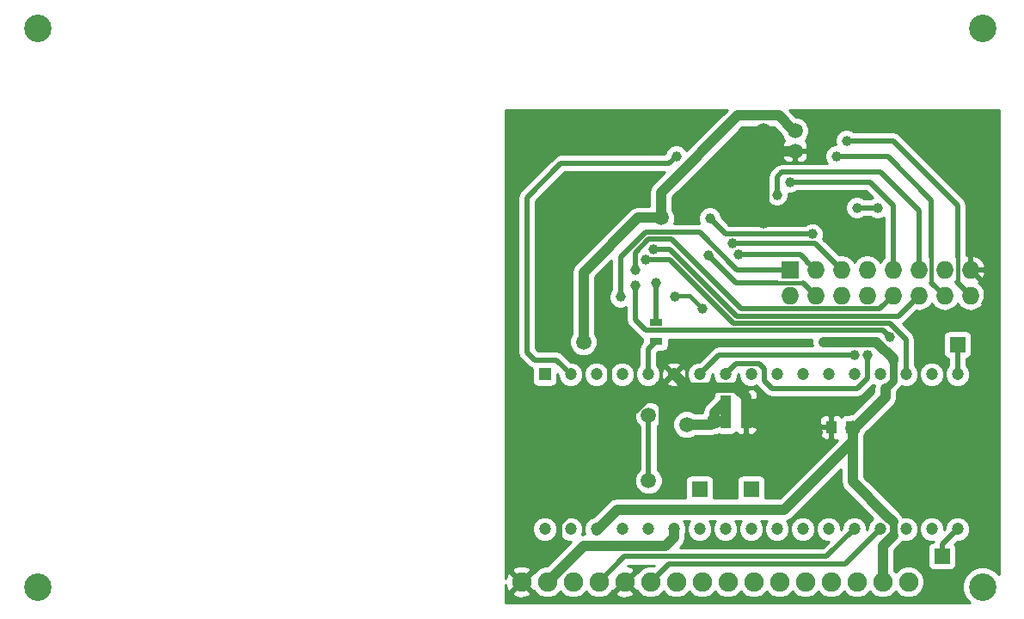
<source format=gbl>
G04 #@! TF.FileFunction,Copper,L2,Bot,Signal*
%FSLAX46Y46*%
G04 Gerber Fmt 4.6, Leading zero omitted, Abs format (unit mm)*
G04 Created by KiCad (PCBNEW 4.0.1-3.201512221402+6198~38~ubuntu14.04.1-stable) date Wed 06 Jan 2016 15:47:40 GMT*
%MOMM*%
G01*
G04 APERTURE LIST*
%ADD10C,0.100000*%
%ADD11C,1.200000*%
%ADD12R,1.200000X1.200000*%
%ADD13R,1.000000X1.250000*%
%ADD14R,1.524000X1.524000*%
%ADD15R,1.727200X1.727200*%
%ADD16O,1.727200X1.727200*%
%ADD17R,1.250000X1.000000*%
%ADD18R,1.300000X0.700000*%
%ADD19C,1.900000*%
%ADD20C,2.700000*%
%ADD21C,1.024000*%
%ADD22C,1.500000*%
%ADD23C,1.000000*%
%ADD24C,0.762000*%
%ADD25C,1.024000*%
%ADD26C,0.508000*%
%ADD27C,0.381000*%
%ADD28C,0.254000*%
G04 APERTURE END LIST*
D10*
D11*
X86868000Y-152274000D03*
X89408000Y-152274000D03*
X91948000Y-152274000D03*
X94488000Y-152274000D03*
X97028000Y-152274000D03*
X99568000Y-152274000D03*
X102108000Y-152274000D03*
X104648000Y-152274000D03*
X107188000Y-152274000D03*
X109728000Y-152274000D03*
X112268000Y-152274000D03*
X114808000Y-152274000D03*
X117348000Y-152274000D03*
X119888000Y-152274000D03*
X122428000Y-152274000D03*
X124968000Y-152274000D03*
X127508000Y-152274000D03*
D12*
X86868000Y-137034000D03*
D11*
X89408000Y-137034000D03*
X91948000Y-137034000D03*
X94488000Y-137034000D03*
X97028000Y-137034000D03*
X99568000Y-137034000D03*
X102108000Y-137034000D03*
X104648000Y-137034000D03*
X107188000Y-137034000D03*
X109728000Y-137034000D03*
X112268000Y-137034000D03*
X114808000Y-137034000D03*
X117348000Y-137034000D03*
X119888000Y-137034000D03*
X122428000Y-137034000D03*
X124968000Y-137034000D03*
X127508000Y-137034000D03*
D13*
X104680000Y-139700000D03*
X106680000Y-139700000D03*
X104680000Y-141732000D03*
X106680000Y-141732000D03*
X117078000Y-142240000D03*
X115078000Y-142240000D03*
D14*
X127508000Y-134112000D03*
X107188000Y-148336000D03*
X102108000Y-148336000D03*
X125984000Y-154940000D03*
D15*
X110998000Y-126746000D03*
D16*
X110998000Y-129286000D03*
X113538000Y-126746000D03*
X113538000Y-129286000D03*
X116078000Y-126746000D03*
X116078000Y-129286000D03*
X118618000Y-126746000D03*
X118618000Y-129286000D03*
X121158000Y-126746000D03*
X121158000Y-129286000D03*
X123698000Y-126746000D03*
X123698000Y-129286000D03*
X126238000Y-126746000D03*
X126238000Y-129286000D03*
X128778000Y-126746000D03*
X128778000Y-129286000D03*
D17*
X111506000Y-113046000D03*
X111506000Y-115046000D03*
D18*
X97790000Y-133792000D03*
X97790000Y-131892000D03*
D19*
X122682000Y-157480000D03*
X120142000Y-157480000D03*
X117602000Y-157480000D03*
X115062000Y-157480000D03*
X112522000Y-157480000D03*
X109982000Y-157480000D03*
X107442000Y-157480000D03*
X104902000Y-157480000D03*
X102362000Y-157480000D03*
X99822000Y-157480000D03*
X97282000Y-157480000D03*
X94742000Y-157480000D03*
X92202000Y-157480000D03*
X89662000Y-157480000D03*
X87122000Y-157480000D03*
X84582000Y-157480000D03*
D20*
X36982000Y-102980000D03*
X129982000Y-102980000D03*
X129982000Y-157980000D03*
X36982000Y-157980000D03*
D21*
X114300000Y-133858000D03*
D22*
X117178000Y-142306000D03*
D23*
X119634000Y-123952000D03*
X116586000Y-123952000D03*
X115824000Y-149606000D03*
D22*
X92554000Y-131953000D03*
X111506000Y-115046000D03*
X108392000Y-113030000D03*
X108392000Y-121920000D03*
D23*
X107950000Y-146050000D03*
X104648000Y-147320000D03*
X101600000Y-145542000D03*
X126238000Y-147066000D03*
X128016000Y-139954000D03*
X130302000Y-130048000D03*
D22*
X86614000Y-115062000D03*
X113506174Y-142755372D03*
X107744000Y-141655998D03*
X90678000Y-133858000D03*
X98298000Y-121633000D03*
X111506000Y-113046000D03*
X100838000Y-141986000D03*
X103570990Y-141655998D03*
D23*
X117348000Y-135128000D03*
X118618000Y-135128000D03*
D22*
X97093990Y-147508010D03*
X97093990Y-141084726D03*
D23*
X103013452Y-125365452D03*
X103124000Y-121666000D03*
X113228817Y-123221873D03*
X99822000Y-115570000D03*
X99728000Y-129413000D03*
X102362000Y-130556000D03*
X96774000Y-125730000D03*
X120864413Y-133389587D03*
X95758000Y-128270000D03*
X94328000Y-129413000D03*
X105918000Y-125222000D03*
X105330087Y-124175883D03*
X110998000Y-118110000D03*
X95758000Y-126746000D03*
X109728000Y-119380000D03*
X97536000Y-124714000D03*
X117602000Y-120650000D03*
X119634000Y-120650000D03*
X115570000Y-115570000D03*
X116586000Y-114046000D03*
X97790000Y-128016000D03*
D24*
X121158000Y-151602238D02*
X121158000Y-152908000D01*
D25*
X120142000Y-153924000D02*
X121158000Y-152908000D01*
X120142000Y-153961762D02*
X120142000Y-153924000D01*
X120142000Y-157480000D02*
X120142000Y-153961762D01*
X120517761Y-150961999D02*
X121158000Y-151602238D01*
X117178000Y-147622238D02*
X120517761Y-150961999D01*
X117178000Y-142306000D02*
X117178000Y-147622238D01*
X120396000Y-138430000D02*
X120396000Y-139293000D01*
X120396000Y-139293000D02*
X117383000Y-142306000D01*
X117383000Y-142306000D02*
X117178000Y-142306000D01*
D24*
X121158000Y-137668000D02*
X121158000Y-135636000D01*
X120396000Y-138430000D02*
X121158000Y-137668000D01*
D25*
X114300000Y-133858000D02*
X119539064Y-133858000D01*
X119539064Y-133858000D02*
X121158000Y-135476936D01*
X121158000Y-135476936D02*
X121158000Y-135636000D01*
X93980000Y-150368000D02*
X110465000Y-150368000D01*
X91948000Y-152400000D02*
X93980000Y-150368000D01*
X110465000Y-150368000D02*
X117178000Y-143655000D01*
X117178000Y-143655000D02*
X117178000Y-142306000D01*
D26*
X116586000Y-123952000D02*
X119634000Y-123952000D01*
X114808000Y-121920000D02*
X116586000Y-123698000D01*
X116586000Y-123698000D02*
X116586000Y-123952000D01*
X108392000Y-121920000D02*
X114808000Y-121920000D01*
X88353999Y-151768079D02*
X93310078Y-146812000D01*
X93218000Y-140716000D02*
X93218000Y-146719922D01*
X93218000Y-146719922D02*
X93310078Y-146812000D01*
X95760000Y-140716000D02*
X93218000Y-140716000D01*
X93218000Y-140716000D02*
X84836000Y-140716000D01*
X92554000Y-131953000D02*
X92554000Y-133013660D01*
X92554000Y-133013660D02*
X93218000Y-133677660D01*
X93218000Y-133677660D02*
X93218000Y-140716000D01*
X84582000Y-157480000D02*
X88353999Y-153708001D01*
X88353999Y-153708001D02*
X88353999Y-151768079D01*
D25*
X99568000Y-137034000D02*
X100880001Y-138346001D01*
X100880001Y-138346001D02*
X105732603Y-138346001D01*
X105732603Y-138346001D02*
X106680000Y-139293398D01*
X106680000Y-139293398D02*
X106680000Y-139700000D01*
X108458000Y-113647000D02*
X108458000Y-113096000D01*
X108458000Y-113096000D02*
X108392000Y-113030000D01*
X109857000Y-115046000D02*
X108458000Y-113647000D01*
X108458000Y-116445000D02*
X108458000Y-121854000D01*
X108458000Y-121854000D02*
X108392000Y-121920000D01*
X111506000Y-115046000D02*
X109857000Y-115046000D01*
X109857000Y-115046000D02*
X108458000Y-116445000D01*
D26*
X128778000Y-126746000D02*
X130302000Y-128270000D01*
X130302000Y-128270000D02*
X130302000Y-130048000D01*
X83566000Y-139446000D02*
X83566000Y-118110000D01*
X105918000Y-146050000D02*
X107950000Y-146050000D01*
X104648000Y-147320000D02*
X105918000Y-146050000D01*
X102870000Y-145542000D02*
X104648000Y-147320000D01*
X101600000Y-145542000D02*
X102870000Y-145542000D01*
X98298000Y-142494000D02*
X101346000Y-145542000D01*
X101346000Y-145542000D02*
X101600000Y-145542000D01*
X98298000Y-138178000D02*
X95760000Y-140716000D01*
X99568000Y-136908000D02*
X98298000Y-138178000D01*
X98298000Y-138178000D02*
X98298000Y-142494000D01*
X127516001Y-145787999D02*
X126238000Y-147066000D01*
X128016000Y-139954000D02*
X127516001Y-140453999D01*
X127516001Y-140453999D02*
X127516001Y-145787999D01*
X86614000Y-115062000D02*
X89916000Y-111760000D01*
X83566000Y-118110000D02*
X86614000Y-115062000D01*
X84836000Y-140716000D02*
X83566000Y-139446000D01*
D25*
X113506174Y-142755372D02*
X108843374Y-142755372D01*
X108843374Y-142755372D02*
X107744000Y-141655998D01*
D26*
X114070000Y-142240000D02*
X113506174Y-142755372D01*
X113562000Y-142748000D02*
X113513546Y-142748000D01*
X113513546Y-142748000D02*
X113506174Y-142755372D01*
X115078000Y-142240000D02*
X114070000Y-142240000D01*
D25*
X107744000Y-141655998D02*
X107744000Y-140764000D01*
X107744000Y-140764000D02*
X106680000Y-139700000D01*
X106680000Y-141732000D02*
X106680000Y-139700000D01*
X107744000Y-141655998D02*
X106756002Y-141655998D01*
X106756002Y-141655998D02*
X106680000Y-141732000D01*
X90678000Y-127000000D02*
X90678000Y-133858000D01*
X96045000Y-121633000D02*
X90678000Y-127000000D01*
X98298000Y-121633000D02*
X96045000Y-121633000D01*
X98298000Y-119126000D02*
X98298000Y-121461990D01*
X105856001Y-111567999D02*
X98298000Y-119126000D01*
X111506000Y-113046000D02*
X111381000Y-113046000D01*
X109902999Y-111567999D02*
X105856001Y-111567999D01*
X111381000Y-113046000D02*
X109902999Y-111567999D01*
X98766528Y-153924000D02*
X90678000Y-153924000D01*
X90678000Y-153924000D02*
X87122000Y-157480000D01*
X99568000Y-152274000D02*
X99568000Y-153122528D01*
X99568000Y-153122528D02*
X98766528Y-153924000D01*
X100838000Y-141986000D02*
X103240988Y-141986000D01*
X103240988Y-141986000D02*
X103570990Y-141655998D01*
X103570990Y-141655998D02*
X103570990Y-140809010D01*
X103570990Y-140809010D02*
X104680000Y-139700000D01*
X104680000Y-139700000D02*
X104680000Y-141732000D01*
X103570990Y-141655998D02*
X104603998Y-141655998D01*
X104603998Y-141655998D02*
X104680000Y-141732000D01*
D26*
X99060000Y-155702000D02*
X116460000Y-155702000D01*
X116460000Y-155702000D02*
X119888000Y-152274000D01*
X97282000Y-157480000D02*
X99060000Y-155702000D01*
X92202000Y-157480000D02*
X94688010Y-154993990D01*
X117348000Y-152274000D02*
X114628010Y-154993990D01*
X114628010Y-154993990D02*
X94688010Y-154993990D01*
X102108000Y-137034000D02*
X104014000Y-135128000D01*
X104014000Y-135128000D02*
X117348000Y-135128000D01*
X118618000Y-137414000D02*
X118618000Y-135530173D01*
X117602000Y-138430000D02*
X118618000Y-137414000D01*
X109220000Y-138430000D02*
X117602000Y-138430000D01*
X108458000Y-137668000D02*
X109220000Y-138430000D01*
X108458000Y-136487999D02*
X108458000Y-137668000D01*
X105702001Y-135979999D02*
X107950000Y-135979999D01*
X107950000Y-135979999D02*
X108458000Y-136487999D01*
X104648000Y-137034000D02*
X105702001Y-135979999D01*
X125984000Y-154940000D02*
X125984000Y-153798000D01*
X125984000Y-153798000D02*
X127508000Y-152274000D01*
X127508000Y-134112000D02*
X127508000Y-136908000D01*
X97028000Y-137034000D02*
X97028000Y-134554000D01*
X97028000Y-134554000D02*
X97790000Y-133792000D01*
X97093990Y-141084726D02*
X97093990Y-147508010D01*
X109728000Y-128016000D02*
X105664000Y-128016000D01*
X105664000Y-128016000D02*
X103013452Y-125365452D01*
D27*
X112268000Y-128016000D02*
X109728000Y-128016000D01*
D26*
X113538000Y-129286000D02*
X112268000Y-128016000D01*
X104679873Y-123221873D02*
X103124000Y-121666000D01*
X113228817Y-123221873D02*
X104679873Y-123221873D01*
X88457999Y-116266001D02*
X99125999Y-116266001D01*
X99125999Y-116266001D02*
X99822000Y-115570000D01*
X88457999Y-116266001D02*
X85090000Y-119634000D01*
X85090000Y-134874000D02*
X85090000Y-119634000D01*
X88010000Y-135636000D02*
X85852000Y-135636000D01*
X85852000Y-135636000D02*
X85090000Y-134874000D01*
X89408000Y-137034000D02*
X88010000Y-135636000D01*
D27*
X101092000Y-129286000D02*
X99855000Y-129286000D01*
X99855000Y-129286000D02*
X99728000Y-129413000D01*
X102362000Y-130556000D02*
X101092000Y-129286000D01*
D26*
X105482811Y-132026010D02*
X99186801Y-125730000D01*
X99186801Y-125730000D02*
X96774000Y-125730000D01*
X105482811Y-132026010D02*
X120850010Y-132026010D01*
X120850010Y-132026010D02*
X122428000Y-133604000D01*
X122428000Y-133604000D02*
X122428000Y-137034000D01*
X120208846Y-132734020D02*
X96814818Y-132734020D01*
X96814818Y-132734020D02*
X95758000Y-131677202D01*
X95758000Y-131677202D02*
X95758000Y-128977106D01*
X95758000Y-128977106D02*
X95758000Y-128270000D01*
X120208846Y-132734020D02*
X120864413Y-133389587D01*
X120904000Y-133350000D02*
X120864413Y-133389587D01*
X94328000Y-129413000D02*
X94328000Y-125508802D01*
X94328000Y-125508802D02*
X96784812Y-123051989D01*
X96784812Y-123051989D02*
X102111911Y-123051989D01*
X102111911Y-123051989D02*
X105805922Y-126746000D01*
X110998000Y-126746000D02*
X105805922Y-126746000D01*
X112674401Y-125877999D02*
X112018402Y-125222000D01*
X112018402Y-125222000D02*
X105918000Y-125222000D01*
X113538000Y-126746000D02*
X112674401Y-125882401D01*
X112674401Y-125882401D02*
X112674401Y-125877999D01*
X105330087Y-124175883D02*
X113507883Y-124175883D01*
X113507883Y-124175883D02*
X116078000Y-126746000D01*
X110998000Y-118110000D02*
X118872000Y-118110000D01*
X118872000Y-118110000D02*
X121158000Y-120396000D01*
X121158000Y-126746000D02*
X121158000Y-120396000D01*
X95758000Y-126746000D02*
X95758000Y-125080078D01*
X95758000Y-125080078D02*
X97078079Y-123759999D01*
X97078079Y-123759999D02*
X99375999Y-123759999D01*
X99375999Y-123759999D02*
X106219601Y-130603601D01*
X121158000Y-129286000D02*
X119840399Y-130603601D01*
X119840399Y-130603601D02*
X106219601Y-130603601D01*
X109728000Y-117602000D02*
X110174001Y-117155999D01*
X110174001Y-117155999D02*
X119949999Y-117155999D01*
X109728000Y-119380000D02*
X109728000Y-117602000D01*
X119949999Y-117155999D02*
X123698000Y-120904000D01*
X123698000Y-120904000D02*
X123698000Y-126746000D01*
X123698000Y-129286000D02*
X121666000Y-131318000D01*
X121666000Y-131318000D02*
X105776077Y-131318000D01*
X98243106Y-124714000D02*
X97536000Y-124714000D01*
X105776077Y-131318000D02*
X99172077Y-124714000D01*
X99172077Y-124714000D02*
X98243106Y-124714000D01*
X119634000Y-120650000D02*
X117602000Y-120650000D01*
X115570000Y-115570000D02*
X120650000Y-115570000D01*
D27*
X124952101Y-125460101D02*
X124952101Y-128000101D01*
D26*
X124952101Y-119872101D02*
X124952101Y-125460101D01*
X124952101Y-119872101D02*
X120650000Y-115570000D01*
X126238000Y-129286000D02*
X124952101Y-128000101D01*
X116586000Y-114046000D02*
X121158000Y-114046000D01*
X127508000Y-120396000D02*
X121158000Y-114046000D01*
X127508000Y-125476000D02*
X127508000Y-120396000D01*
D27*
X127508000Y-127934050D02*
X127508000Y-125476000D01*
X127467025Y-127975025D02*
X127508000Y-127934050D01*
D26*
X128778000Y-129286000D02*
X127467025Y-127975025D01*
X97790000Y-131892000D02*
X97790000Y-128016000D01*
D28*
G36*
X100810852Y-114991045D02*
X100784767Y-114927914D01*
X100465765Y-114608355D01*
X100048756Y-114435197D01*
X99597225Y-114434803D01*
X99179914Y-114607233D01*
X98860355Y-114926235D01*
X98687197Y-115343244D01*
X98687168Y-115377001D01*
X88457999Y-115377001D01*
X88117793Y-115444672D01*
X87930227Y-115570000D01*
X87829381Y-115637383D01*
X84461382Y-119005382D01*
X84268671Y-119293794D01*
X84201000Y-119634000D01*
X84201000Y-134874000D01*
X84268671Y-135214206D01*
X84438388Y-135468205D01*
X84461382Y-135502618D01*
X85223382Y-136264618D01*
X85511794Y-136457329D01*
X85620560Y-136478964D01*
X85620560Y-137634000D01*
X85664838Y-137869317D01*
X85803910Y-138085441D01*
X86016110Y-138230431D01*
X86268000Y-138281440D01*
X87468000Y-138281440D01*
X87703317Y-138237162D01*
X87919441Y-138098090D01*
X88064431Y-137885890D01*
X88115440Y-137634000D01*
X88115440Y-136998676D01*
X88172980Y-137056216D01*
X88172786Y-137278579D01*
X88360408Y-137732657D01*
X88707515Y-138080371D01*
X89161266Y-138268785D01*
X89652579Y-138269214D01*
X90106657Y-138081592D01*
X90454371Y-137734485D01*
X90642785Y-137280734D01*
X90642786Y-137278579D01*
X90712786Y-137278579D01*
X90900408Y-137732657D01*
X91247515Y-138080371D01*
X91701266Y-138268785D01*
X92192579Y-138269214D01*
X92646657Y-138081592D01*
X92994371Y-137734485D01*
X93182785Y-137280734D01*
X93182786Y-137278579D01*
X93252786Y-137278579D01*
X93440408Y-137732657D01*
X93787515Y-138080371D01*
X94241266Y-138268785D01*
X94732579Y-138269214D01*
X95186657Y-138081592D01*
X95534371Y-137734485D01*
X95722785Y-137280734D01*
X95723214Y-136789421D01*
X95535592Y-136335343D01*
X95188485Y-135987629D01*
X94734734Y-135799215D01*
X94243421Y-135798786D01*
X93789343Y-135986408D01*
X93441629Y-136333515D01*
X93253215Y-136787266D01*
X93252786Y-137278579D01*
X93182786Y-137278579D01*
X93183214Y-136789421D01*
X92995592Y-136335343D01*
X92648485Y-135987629D01*
X92194734Y-135799215D01*
X91703421Y-135798786D01*
X91249343Y-135986408D01*
X90901629Y-136333515D01*
X90713215Y-136787266D01*
X90712786Y-137278579D01*
X90642786Y-137278579D01*
X90643214Y-136789421D01*
X90455592Y-136335343D01*
X90108485Y-135987629D01*
X89654734Y-135799215D01*
X89430255Y-135799019D01*
X88638618Y-135007382D01*
X88634754Y-135004800D01*
X88350206Y-134814671D01*
X88010000Y-134747000D01*
X86220236Y-134747000D01*
X85979000Y-134505764D01*
X85979000Y-120002236D01*
X88826235Y-117155001D01*
X98646897Y-117155001D01*
X97486949Y-118314949D01*
X97238310Y-118687062D01*
X97151000Y-119126000D01*
X97151000Y-120486000D01*
X96045000Y-120486000D01*
X95606062Y-120573310D01*
X95233948Y-120821949D01*
X89866949Y-126188949D01*
X89618310Y-126561062D01*
X89531000Y-127000000D01*
X89531000Y-133046021D01*
X89504539Y-133072436D01*
X89293241Y-133581298D01*
X89292760Y-134132285D01*
X89503169Y-134641515D01*
X89892436Y-135031461D01*
X90401298Y-135242759D01*
X90952285Y-135243240D01*
X91461515Y-135032831D01*
X91851461Y-134643564D01*
X92062759Y-134134702D01*
X92063240Y-133583715D01*
X91852831Y-133074485D01*
X91825000Y-133046605D01*
X91825000Y-127475102D01*
X93439000Y-125861102D01*
X93439000Y-128696717D01*
X93366355Y-128769235D01*
X93193197Y-129186244D01*
X93192803Y-129637775D01*
X93365233Y-130055086D01*
X93684235Y-130374645D01*
X94101244Y-130547803D01*
X94552775Y-130548197D01*
X94869000Y-130417535D01*
X94869000Y-131677202D01*
X94936671Y-132017408D01*
X95080195Y-132232206D01*
X95129382Y-132305820D01*
X96186200Y-133362638D01*
X96474612Y-133555349D01*
X96492560Y-133558919D01*
X96492560Y-133832204D01*
X96399382Y-133925382D01*
X96206671Y-134213794D01*
X96139000Y-134554000D01*
X96139000Y-136176419D01*
X95981629Y-136333515D01*
X95793215Y-136787266D01*
X95792786Y-137278579D01*
X95980408Y-137732657D01*
X96327515Y-138080371D01*
X96781266Y-138268785D01*
X97272579Y-138269214D01*
X97726657Y-138081592D01*
X97911837Y-137896735D01*
X98884870Y-137896735D01*
X98934383Y-138122164D01*
X99399036Y-138281807D01*
X99889413Y-138251482D01*
X100201617Y-138122164D01*
X100251130Y-137896735D01*
X99568000Y-137213605D01*
X98884870Y-137896735D01*
X97911837Y-137896735D01*
X98074371Y-137734485D01*
X98262785Y-137280734D01*
X98263147Y-136865036D01*
X98320193Y-136865036D01*
X98350518Y-137355413D01*
X98479836Y-137667617D01*
X98705265Y-137717130D01*
X99388395Y-137034000D01*
X99747605Y-137034000D01*
X100430735Y-137717130D01*
X100656164Y-137667617D01*
X100815807Y-137202964D01*
X100785482Y-136712587D01*
X100656164Y-136400383D01*
X100430735Y-136350870D01*
X99747605Y-137034000D01*
X99388395Y-137034000D01*
X98705265Y-136350870D01*
X98479836Y-136400383D01*
X98320193Y-136865036D01*
X98263147Y-136865036D01*
X98263214Y-136789421D01*
X98075592Y-136335343D01*
X97917000Y-136176474D01*
X97917000Y-136171265D01*
X98884870Y-136171265D01*
X99568000Y-136854395D01*
X100251130Y-136171265D01*
X100201617Y-135945836D01*
X99736964Y-135786193D01*
X99246587Y-135816518D01*
X98934383Y-135945836D01*
X98884870Y-136171265D01*
X97917000Y-136171265D01*
X97917000Y-134922236D01*
X98049796Y-134789440D01*
X98440000Y-134789440D01*
X98675317Y-134745162D01*
X98891441Y-134606090D01*
X99036431Y-134393890D01*
X99087440Y-134142000D01*
X99087440Y-133623020D01*
X113155620Y-133623020D01*
X113153200Y-133628847D01*
X113152801Y-134085151D01*
X113216370Y-134239000D01*
X104014000Y-134239000D01*
X103673794Y-134306671D01*
X103496210Y-134425329D01*
X103385382Y-134499382D01*
X102085784Y-135798980D01*
X101863421Y-135798786D01*
X101409343Y-135986408D01*
X101061629Y-136333515D01*
X100873215Y-136787266D01*
X100872786Y-137278579D01*
X101060408Y-137732657D01*
X101407515Y-138080371D01*
X101861266Y-138268785D01*
X102352579Y-138269214D01*
X102806657Y-138081592D01*
X103154371Y-137734485D01*
X103342785Y-137280734D01*
X103342981Y-137056255D01*
X103413041Y-136986195D01*
X103412786Y-137278579D01*
X103600408Y-137732657D01*
X103947515Y-138080371D01*
X104401266Y-138268785D01*
X104892579Y-138269214D01*
X105346657Y-138081592D01*
X105694371Y-137734485D01*
X105882785Y-137280734D01*
X105882981Y-137056255D01*
X105953041Y-136986195D01*
X105952786Y-137278579D01*
X106140408Y-137732657D01*
X106487515Y-138080371D01*
X106941266Y-138268785D01*
X107432579Y-138269214D01*
X107729183Y-138146659D01*
X107829382Y-138296618D01*
X108591382Y-139058618D01*
X108879794Y-139251329D01*
X109220000Y-139319000D01*
X117602000Y-139319000D01*
X117942206Y-139251329D01*
X118230618Y-139058618D01*
X119202601Y-138086635D01*
X119308549Y-138130629D01*
X119249000Y-138430000D01*
X119249000Y-138817897D01*
X117145926Y-140920971D01*
X116903715Y-140920760D01*
X116790450Y-140967560D01*
X116578000Y-140967560D01*
X116342683Y-141011838D01*
X116126559Y-141150910D01*
X116080031Y-141219006D01*
X115937698Y-141076673D01*
X115704309Y-140980000D01*
X115363750Y-140980000D01*
X115205000Y-141138750D01*
X115205000Y-142113000D01*
X115225000Y-142113000D01*
X115225000Y-142367000D01*
X115205000Y-142367000D01*
X115205000Y-143341250D01*
X115363750Y-143500000D01*
X115704309Y-143500000D01*
X115715556Y-143495342D01*
X109989898Y-149221000D01*
X108572532Y-149221000D01*
X108597440Y-149098000D01*
X108597440Y-147574000D01*
X108553162Y-147338683D01*
X108414090Y-147122559D01*
X108201890Y-146977569D01*
X107950000Y-146926560D01*
X106426000Y-146926560D01*
X106190683Y-146970838D01*
X105974559Y-147109910D01*
X105829569Y-147322110D01*
X105778560Y-147574000D01*
X105778560Y-149098000D01*
X105801704Y-149221000D01*
X103492532Y-149221000D01*
X103517440Y-149098000D01*
X103517440Y-147574000D01*
X103473162Y-147338683D01*
X103334090Y-147122559D01*
X103121890Y-146977569D01*
X102870000Y-146926560D01*
X101346000Y-146926560D01*
X101110683Y-146970838D01*
X100894559Y-147109910D01*
X100749569Y-147322110D01*
X100698560Y-147574000D01*
X100698560Y-149098000D01*
X100721704Y-149221000D01*
X93980000Y-149221000D01*
X93541062Y-149308310D01*
X93168949Y-149556948D01*
X91675628Y-151050270D01*
X91249343Y-151226408D01*
X90901629Y-151573515D01*
X90713215Y-152027266D01*
X90712786Y-152518579D01*
X90819564Y-152777000D01*
X90678000Y-152777000D01*
X90523623Y-152807707D01*
X90642785Y-152520734D01*
X90643214Y-152029421D01*
X90455592Y-151575343D01*
X90108485Y-151227629D01*
X89654734Y-151039215D01*
X89163421Y-151038786D01*
X88709343Y-151226408D01*
X88361629Y-151573515D01*
X88173215Y-152027266D01*
X88172786Y-152518579D01*
X88360408Y-152972657D01*
X88707515Y-153320371D01*
X89161266Y-153508785D01*
X89470842Y-153509055D01*
X87084931Y-155894967D01*
X86808107Y-155894725D01*
X86225343Y-156135519D01*
X85785884Y-156574211D01*
X85698350Y-156543255D01*
X84761605Y-157480000D01*
X85698350Y-158416745D01*
X85786439Y-158385593D01*
X86222997Y-158822914D01*
X86805341Y-159064724D01*
X87435893Y-159065275D01*
X88018657Y-158824481D01*
X88392261Y-158451529D01*
X88762997Y-158822914D01*
X89345341Y-159064724D01*
X89975893Y-159065275D01*
X90558657Y-158824481D01*
X90932261Y-158451529D01*
X91302997Y-158822914D01*
X91885341Y-159064724D01*
X92515893Y-159065275D01*
X93098657Y-158824481D01*
X93327186Y-158596350D01*
X93805255Y-158596350D01*
X93897792Y-158858019D01*
X94489398Y-159076188D01*
X95119461Y-159051352D01*
X95586208Y-158858019D01*
X95678745Y-158596350D01*
X94742000Y-157659605D01*
X93805255Y-158596350D01*
X93327186Y-158596350D01*
X93538116Y-158385789D01*
X93625650Y-158416745D01*
X94562395Y-157480000D01*
X94548253Y-157465858D01*
X94727858Y-157286253D01*
X94742000Y-157300395D01*
X95678745Y-156363650D01*
X95586208Y-156101981D01*
X95039037Y-155900199D01*
X95056246Y-155882990D01*
X97621774Y-155882990D01*
X97606311Y-155898453D01*
X97598659Y-155895276D01*
X96968107Y-155894725D01*
X96385343Y-156135519D01*
X95945884Y-156574211D01*
X95858350Y-156543255D01*
X94921605Y-157480000D01*
X95858350Y-158416745D01*
X95946439Y-158385593D01*
X96382997Y-158822914D01*
X96965341Y-159064724D01*
X97595893Y-159065275D01*
X98178657Y-158824481D01*
X98552261Y-158451529D01*
X98922997Y-158822914D01*
X99505341Y-159064724D01*
X100135893Y-159065275D01*
X100718657Y-158824481D01*
X101092261Y-158451529D01*
X101462997Y-158822914D01*
X102045341Y-159064724D01*
X102675893Y-159065275D01*
X103258657Y-158824481D01*
X103632261Y-158451529D01*
X104002997Y-158822914D01*
X104585341Y-159064724D01*
X105215893Y-159065275D01*
X105798657Y-158824481D01*
X106172261Y-158451529D01*
X106542997Y-158822914D01*
X107125341Y-159064724D01*
X107755893Y-159065275D01*
X108338657Y-158824481D01*
X108712261Y-158451529D01*
X109082997Y-158822914D01*
X109665341Y-159064724D01*
X110295893Y-159065275D01*
X110878657Y-158824481D01*
X111252261Y-158451529D01*
X111622997Y-158822914D01*
X112205341Y-159064724D01*
X112835893Y-159065275D01*
X113418657Y-158824481D01*
X113792261Y-158451529D01*
X114162997Y-158822914D01*
X114745341Y-159064724D01*
X115375893Y-159065275D01*
X115958657Y-158824481D01*
X116332261Y-158451529D01*
X116702997Y-158822914D01*
X117285341Y-159064724D01*
X117915893Y-159065275D01*
X118498657Y-158824481D01*
X118872261Y-158451529D01*
X119242997Y-158822914D01*
X119825341Y-159064724D01*
X120455893Y-159065275D01*
X121038657Y-158824481D01*
X121412261Y-158451529D01*
X121782997Y-158822914D01*
X122365341Y-159064724D01*
X122995893Y-159065275D01*
X123578657Y-158824481D01*
X124024914Y-158379003D01*
X124266724Y-157796659D01*
X124267275Y-157166107D01*
X124026481Y-156583343D01*
X123581003Y-156137086D01*
X122998659Y-155895276D01*
X122368107Y-155894725D01*
X121785343Y-156135519D01*
X121411739Y-156508471D01*
X121289000Y-156385517D01*
X121289000Y-154399102D01*
X121969051Y-153719051D01*
X122125124Y-153485473D01*
X122181266Y-153508785D01*
X122672579Y-153509214D01*
X123126657Y-153321592D01*
X123474371Y-152974485D01*
X123662785Y-152520734D01*
X123662786Y-152518579D01*
X123732786Y-152518579D01*
X123920408Y-152972657D01*
X124267515Y-153320371D01*
X124721266Y-153508785D01*
X125152453Y-153509162D01*
X125145327Y-153544987D01*
X124986683Y-153574838D01*
X124770559Y-153713910D01*
X124625569Y-153926110D01*
X124574560Y-154178000D01*
X124574560Y-155702000D01*
X124618838Y-155937317D01*
X124757910Y-156153441D01*
X124970110Y-156298431D01*
X125222000Y-156349440D01*
X126746000Y-156349440D01*
X126981317Y-156305162D01*
X127197441Y-156166090D01*
X127342431Y-155953890D01*
X127393440Y-155702000D01*
X127393440Y-154178000D01*
X127349162Y-153942683D01*
X127250256Y-153788980D01*
X127530216Y-153509020D01*
X127752579Y-153509214D01*
X128206657Y-153321592D01*
X128554371Y-152974485D01*
X128742785Y-152520734D01*
X128743214Y-152029421D01*
X128555592Y-151575343D01*
X128208485Y-151227629D01*
X127754734Y-151039215D01*
X127263421Y-151038786D01*
X126809343Y-151226408D01*
X126461629Y-151573515D01*
X126273215Y-152027266D01*
X126273019Y-152251745D01*
X126202959Y-152321805D01*
X126203214Y-152029421D01*
X126015592Y-151575343D01*
X125668485Y-151227629D01*
X125214734Y-151039215D01*
X124723421Y-151038786D01*
X124269343Y-151226408D01*
X123921629Y-151573515D01*
X123733215Y-152027266D01*
X123732786Y-152518579D01*
X123662786Y-152518579D01*
X123663214Y-152029421D01*
X123475592Y-151575343D01*
X123128485Y-151227629D01*
X122674734Y-151039215D01*
X122183421Y-151038786D01*
X122145078Y-151054629D01*
X121969052Y-150791187D01*
X121328814Y-150150950D01*
X121328812Y-150150947D01*
X118325000Y-147147136D01*
X118325000Y-143117979D01*
X118351461Y-143091564D01*
X118445138Y-142865964D01*
X121207051Y-140104052D01*
X121455690Y-139731938D01*
X121462145Y-139699486D01*
X121543000Y-139293000D01*
X121543000Y-138719841D01*
X121876421Y-138386420D01*
X122004161Y-138195244D01*
X122181266Y-138268785D01*
X122672579Y-138269214D01*
X123126657Y-138081592D01*
X123474371Y-137734485D01*
X123662785Y-137280734D01*
X123662786Y-137278579D01*
X123732786Y-137278579D01*
X123920408Y-137732657D01*
X124267515Y-138080371D01*
X124721266Y-138268785D01*
X125212579Y-138269214D01*
X125666657Y-138081592D01*
X126014371Y-137734485D01*
X126202785Y-137280734D01*
X126203214Y-136789421D01*
X126015592Y-136335343D01*
X125668485Y-135987629D01*
X125214734Y-135799215D01*
X124723421Y-135798786D01*
X124269343Y-135986408D01*
X123921629Y-136333515D01*
X123733215Y-136787266D01*
X123732786Y-137278579D01*
X123662786Y-137278579D01*
X123663214Y-136789421D01*
X123475592Y-136335343D01*
X123317000Y-136176474D01*
X123317000Y-133604000D01*
X123266477Y-133350000D01*
X126098560Y-133350000D01*
X126098560Y-134874000D01*
X126142838Y-135109317D01*
X126281910Y-135325441D01*
X126494110Y-135470431D01*
X126619000Y-135495722D01*
X126619000Y-136176419D01*
X126461629Y-136333515D01*
X126273215Y-136787266D01*
X126272786Y-137278579D01*
X126460408Y-137732657D01*
X126807515Y-138080371D01*
X127261266Y-138268785D01*
X127752579Y-138269214D01*
X128206657Y-138081592D01*
X128554371Y-137734485D01*
X128742785Y-137280734D01*
X128743214Y-136789421D01*
X128555592Y-136335343D01*
X128397000Y-136176474D01*
X128397000Y-135497543D01*
X128505317Y-135477162D01*
X128721441Y-135338090D01*
X128866431Y-135125890D01*
X128917440Y-134874000D01*
X128917440Y-133350000D01*
X128873162Y-133114683D01*
X128734090Y-132898559D01*
X128521890Y-132753569D01*
X128270000Y-132702560D01*
X126746000Y-132702560D01*
X126510683Y-132746838D01*
X126294559Y-132885910D01*
X126149569Y-133098110D01*
X126098560Y-133350000D01*
X123266477Y-133350000D01*
X123249329Y-133263794D01*
X123056618Y-132975382D01*
X122134705Y-132053469D01*
X122294618Y-131946618D01*
X123472193Y-130769043D01*
X123698000Y-130813959D01*
X124271489Y-130699885D01*
X124757670Y-130375029D01*
X124968000Y-130060248D01*
X125178330Y-130375029D01*
X125664511Y-130699885D01*
X126238000Y-130813959D01*
X126811489Y-130699885D01*
X127297670Y-130375029D01*
X127508000Y-130060248D01*
X127718330Y-130375029D01*
X128204511Y-130699885D01*
X128778000Y-130813959D01*
X129351489Y-130699885D01*
X129837670Y-130375029D01*
X130162526Y-129888848D01*
X130276600Y-129315359D01*
X130276600Y-129256641D01*
X130162526Y-128683152D01*
X129837670Y-128196971D01*
X129566839Y-128016008D01*
X129984821Y-127634490D01*
X130232968Y-127105027D01*
X130112469Y-126873000D01*
X128905000Y-126873000D01*
X128905000Y-126893000D01*
X128651000Y-126893000D01*
X128651000Y-126873000D01*
X128631000Y-126873000D01*
X128631000Y-126619000D01*
X128651000Y-126619000D01*
X128651000Y-125412183D01*
X128905000Y-125412183D01*
X128905000Y-126619000D01*
X130112469Y-126619000D01*
X130232968Y-126386973D01*
X129984821Y-125857510D01*
X129552947Y-125463312D01*
X129137026Y-125291042D01*
X128905000Y-125412183D01*
X128651000Y-125412183D01*
X128418974Y-125291042D01*
X128397000Y-125300143D01*
X128397000Y-120396000D01*
X128329329Y-120055794D01*
X128136618Y-119767382D01*
X121786618Y-113417382D01*
X121763949Y-113402235D01*
X121498206Y-113224671D01*
X121158000Y-113157000D01*
X117302283Y-113157000D01*
X117229765Y-113084355D01*
X116812756Y-112911197D01*
X116361225Y-112910803D01*
X115943914Y-113083233D01*
X115624355Y-113402235D01*
X115451197Y-113819244D01*
X115450803Y-114270775D01*
X115518641Y-114434954D01*
X115345225Y-114434803D01*
X114927914Y-114607233D01*
X114608355Y-114926235D01*
X114435197Y-115343244D01*
X114434803Y-115794775D01*
X114607233Y-116212086D01*
X114662050Y-116266999D01*
X110174001Y-116266999D01*
X109833796Y-116334669D01*
X109545383Y-116527381D01*
X109099382Y-116973382D01*
X108906671Y-117261794D01*
X108839000Y-117602000D01*
X108839000Y-118663717D01*
X108766355Y-118736235D01*
X108593197Y-119153244D01*
X108592803Y-119604775D01*
X108765233Y-120022086D01*
X109084235Y-120341645D01*
X109501244Y-120514803D01*
X109952775Y-120515197D01*
X110370086Y-120342767D01*
X110689645Y-120023765D01*
X110862803Y-119606756D01*
X110863119Y-119244883D01*
X111222775Y-119245197D01*
X111640086Y-119072767D01*
X111713982Y-118999000D01*
X118503764Y-118999000D01*
X119133496Y-119628732D01*
X118991914Y-119687233D01*
X118918018Y-119761000D01*
X118318283Y-119761000D01*
X118245765Y-119688355D01*
X117828756Y-119515197D01*
X117377225Y-119514803D01*
X116959914Y-119687233D01*
X116640355Y-120006235D01*
X116467197Y-120423244D01*
X116466803Y-120874775D01*
X116639233Y-121292086D01*
X116958235Y-121611645D01*
X117375244Y-121784803D01*
X117826775Y-121785197D01*
X118244086Y-121612767D01*
X118317982Y-121539000D01*
X118917717Y-121539000D01*
X118990235Y-121611645D01*
X119407244Y-121784803D01*
X119858775Y-121785197D01*
X120269000Y-121615695D01*
X120269000Y-125542933D01*
X120098330Y-125656971D01*
X119888000Y-125971752D01*
X119677670Y-125656971D01*
X119191489Y-125332115D01*
X118618000Y-125218041D01*
X118044511Y-125332115D01*
X117558330Y-125656971D01*
X117348000Y-125971752D01*
X117137670Y-125656971D01*
X116651489Y-125332115D01*
X116078000Y-125218041D01*
X115852193Y-125262957D01*
X114268042Y-123678806D01*
X114363620Y-123448629D01*
X114364014Y-122997098D01*
X114191584Y-122579787D01*
X113872582Y-122260228D01*
X113455573Y-122087070D01*
X113004042Y-122086676D01*
X112586731Y-122259106D01*
X112512835Y-122332873D01*
X105048109Y-122332873D01*
X104259107Y-121543871D01*
X104259197Y-121441225D01*
X104086767Y-121023914D01*
X103767765Y-120704355D01*
X103350756Y-120531197D01*
X102899225Y-120530803D01*
X102481914Y-120703233D01*
X102162355Y-121022235D01*
X101989197Y-121439244D01*
X101988803Y-121890775D01*
X102101280Y-122162989D01*
X99577585Y-122162989D01*
X99682759Y-121909702D01*
X99683240Y-121358715D01*
X99472831Y-120849485D01*
X99445000Y-120821605D01*
X99445000Y-119601102D01*
X103714352Y-115331750D01*
X110246000Y-115331750D01*
X110246000Y-115672309D01*
X110342673Y-115905698D01*
X110521301Y-116084327D01*
X110754690Y-116181000D01*
X111220250Y-116181000D01*
X111379000Y-116022250D01*
X111379000Y-115173000D01*
X111633000Y-115173000D01*
X111633000Y-116022250D01*
X111791750Y-116181000D01*
X112257310Y-116181000D01*
X112490699Y-116084327D01*
X112669327Y-115905698D01*
X112766000Y-115672309D01*
X112766000Y-115331750D01*
X112607250Y-115173000D01*
X111633000Y-115173000D01*
X111379000Y-115173000D01*
X110404750Y-115173000D01*
X110246000Y-115331750D01*
X103714352Y-115331750D01*
X106331104Y-112714999D01*
X109427897Y-112714999D01*
X110182426Y-113469529D01*
X110249896Y-113632819D01*
X110277838Y-113781317D01*
X110416910Y-113997441D01*
X110485006Y-114043969D01*
X110342673Y-114186302D01*
X110246000Y-114419691D01*
X110246000Y-114760250D01*
X110404750Y-114919000D01*
X111379000Y-114919000D01*
X111379000Y-114899000D01*
X111633000Y-114899000D01*
X111633000Y-114919000D01*
X112607250Y-114919000D01*
X112766000Y-114760250D01*
X112766000Y-114419691D01*
X112669327Y-114186302D01*
X112528090Y-114045064D01*
X112582441Y-114010090D01*
X112727431Y-113797890D01*
X112759785Y-113638124D01*
X112890759Y-113322702D01*
X112891240Y-112771715D01*
X112762104Y-112459181D01*
X112734162Y-112310683D01*
X112595090Y-112094559D01*
X112382890Y-111949569D01*
X112364804Y-111945906D01*
X112291564Y-111872539D01*
X111782702Y-111661241D01*
X111618200Y-111661097D01*
X110941102Y-110984000D01*
X131586000Y-110984000D01*
X131586000Y-156777136D01*
X131107880Y-156298181D01*
X130378573Y-155995346D01*
X129588891Y-155994657D01*
X128859057Y-156296218D01*
X128300181Y-156854120D01*
X127997346Y-157583427D01*
X127996657Y-158373109D01*
X128298218Y-159102943D01*
X128758471Y-159564000D01*
X83006000Y-159564000D01*
X83006000Y-158596350D01*
X83645255Y-158596350D01*
X83737792Y-158858019D01*
X84329398Y-159076188D01*
X84959461Y-159051352D01*
X85426208Y-158858019D01*
X85518745Y-158596350D01*
X84582000Y-157659605D01*
X83645255Y-158596350D01*
X83006000Y-158596350D01*
X83006000Y-157739546D01*
X83010648Y-157857461D01*
X83203981Y-158324208D01*
X83465650Y-158416745D01*
X84402395Y-157480000D01*
X83465650Y-156543255D01*
X83203981Y-156635792D01*
X83006000Y-157172654D01*
X83006000Y-156363650D01*
X83645255Y-156363650D01*
X84582000Y-157300395D01*
X85518745Y-156363650D01*
X85426208Y-156101981D01*
X84834602Y-155883812D01*
X84204539Y-155908648D01*
X83737792Y-156101981D01*
X83645255Y-156363650D01*
X83006000Y-156363650D01*
X83006000Y-152518579D01*
X85632786Y-152518579D01*
X85820408Y-152972657D01*
X86167515Y-153320371D01*
X86621266Y-153508785D01*
X87112579Y-153509214D01*
X87566657Y-153321592D01*
X87914371Y-152974485D01*
X88102785Y-152520734D01*
X88103214Y-152029421D01*
X87915592Y-151575343D01*
X87568485Y-151227629D01*
X87114734Y-151039215D01*
X86623421Y-151038786D01*
X86169343Y-151226408D01*
X85821629Y-151573515D01*
X85633215Y-152027266D01*
X85632786Y-152518579D01*
X83006000Y-152518579D01*
X83006000Y-141359011D01*
X95708750Y-141359011D01*
X95919159Y-141868241D01*
X96204990Y-142154571D01*
X96204990Y-146438480D01*
X95920529Y-146722446D01*
X95709231Y-147231308D01*
X95708750Y-147782295D01*
X95919159Y-148291525D01*
X96308426Y-148681471D01*
X96817288Y-148892769D01*
X97368275Y-148893250D01*
X97877505Y-148682841D01*
X98267451Y-148293574D01*
X98478749Y-147784712D01*
X98479230Y-147233725D01*
X98268821Y-146724495D01*
X97982990Y-146438165D01*
X97982990Y-142260285D01*
X99452760Y-142260285D01*
X99663169Y-142769515D01*
X100052436Y-143159461D01*
X100561298Y-143370759D01*
X101112285Y-143371240D01*
X101621515Y-143160831D01*
X101649395Y-143133000D01*
X103240988Y-143133000D01*
X103679926Y-143045690D01*
X103686796Y-143041100D01*
X103845275Y-143041238D01*
X104015134Y-142971054D01*
X104180000Y-143004440D01*
X105180000Y-143004440D01*
X105415317Y-142960162D01*
X105631441Y-142821090D01*
X105677969Y-142752994D01*
X105820302Y-142895327D01*
X106053691Y-142992000D01*
X106394250Y-142992000D01*
X106553000Y-142833250D01*
X106553000Y-141859000D01*
X106807000Y-141859000D01*
X106807000Y-142833250D01*
X106965750Y-142992000D01*
X107306309Y-142992000D01*
X107539698Y-142895327D01*
X107718327Y-142716699D01*
X107797420Y-142525750D01*
X113943000Y-142525750D01*
X113943000Y-142991310D01*
X114039673Y-143224699D01*
X114218302Y-143403327D01*
X114451691Y-143500000D01*
X114792250Y-143500000D01*
X114951000Y-143341250D01*
X114951000Y-142367000D01*
X114101750Y-142367000D01*
X113943000Y-142525750D01*
X107797420Y-142525750D01*
X107815000Y-142483310D01*
X107815000Y-142017750D01*
X107656250Y-141859000D01*
X106807000Y-141859000D01*
X106553000Y-141859000D01*
X106533000Y-141859000D01*
X106533000Y-141605000D01*
X106553000Y-141605000D01*
X106553000Y-139827000D01*
X106807000Y-139827000D01*
X106807000Y-141605000D01*
X107656250Y-141605000D01*
X107772560Y-141488690D01*
X113943000Y-141488690D01*
X113943000Y-141954250D01*
X114101750Y-142113000D01*
X114951000Y-142113000D01*
X114951000Y-141138750D01*
X114792250Y-140980000D01*
X114451691Y-140980000D01*
X114218302Y-141076673D01*
X114039673Y-141255301D01*
X113943000Y-141488690D01*
X107772560Y-141488690D01*
X107815000Y-141446250D01*
X107815000Y-140980690D01*
X107718327Y-140747301D01*
X107687026Y-140716000D01*
X107718327Y-140684699D01*
X107815000Y-140451310D01*
X107815000Y-139985750D01*
X107656250Y-139827000D01*
X106807000Y-139827000D01*
X106553000Y-139827000D01*
X106533000Y-139827000D01*
X106533000Y-139573000D01*
X106553000Y-139573000D01*
X106553000Y-138598750D01*
X106807000Y-138598750D01*
X106807000Y-139573000D01*
X107656250Y-139573000D01*
X107815000Y-139414250D01*
X107815000Y-138948690D01*
X107718327Y-138715301D01*
X107539698Y-138536673D01*
X107306309Y-138440000D01*
X106965750Y-138440000D01*
X106807000Y-138598750D01*
X106553000Y-138598750D01*
X106394250Y-138440000D01*
X106053691Y-138440000D01*
X105820302Y-138536673D01*
X105679064Y-138677910D01*
X105644090Y-138623559D01*
X105431890Y-138478569D01*
X105180000Y-138427560D01*
X104180000Y-138427560D01*
X103944683Y-138471838D01*
X103728559Y-138610910D01*
X103583569Y-138823110D01*
X103532560Y-139075000D01*
X103532560Y-139225338D01*
X102759939Y-139997959D01*
X102511300Y-140370072D01*
X102423990Y-140809010D01*
X102423990Y-140839000D01*
X101649979Y-140839000D01*
X101623564Y-140812539D01*
X101114702Y-140601241D01*
X100563715Y-140600760D01*
X100054485Y-140811169D01*
X99664539Y-141200436D01*
X99453241Y-141709298D01*
X99452760Y-142260285D01*
X97982990Y-142260285D01*
X97982990Y-142154256D01*
X98267451Y-141870290D01*
X98478749Y-141361428D01*
X98479230Y-140810441D01*
X98268821Y-140301211D01*
X97879554Y-139911265D01*
X97370692Y-139699967D01*
X96819705Y-139699486D01*
X96310475Y-139909895D01*
X95920529Y-140299162D01*
X95709231Y-140808024D01*
X95708750Y-141359011D01*
X83006000Y-141359011D01*
X83006000Y-110984000D01*
X104817897Y-110984000D01*
X100810852Y-114991045D01*
X100810852Y-114991045D01*
G37*
X100810852Y-114991045D02*
X100784767Y-114927914D01*
X100465765Y-114608355D01*
X100048756Y-114435197D01*
X99597225Y-114434803D01*
X99179914Y-114607233D01*
X98860355Y-114926235D01*
X98687197Y-115343244D01*
X98687168Y-115377001D01*
X88457999Y-115377001D01*
X88117793Y-115444672D01*
X87930227Y-115570000D01*
X87829381Y-115637383D01*
X84461382Y-119005382D01*
X84268671Y-119293794D01*
X84201000Y-119634000D01*
X84201000Y-134874000D01*
X84268671Y-135214206D01*
X84438388Y-135468205D01*
X84461382Y-135502618D01*
X85223382Y-136264618D01*
X85511794Y-136457329D01*
X85620560Y-136478964D01*
X85620560Y-137634000D01*
X85664838Y-137869317D01*
X85803910Y-138085441D01*
X86016110Y-138230431D01*
X86268000Y-138281440D01*
X87468000Y-138281440D01*
X87703317Y-138237162D01*
X87919441Y-138098090D01*
X88064431Y-137885890D01*
X88115440Y-137634000D01*
X88115440Y-136998676D01*
X88172980Y-137056216D01*
X88172786Y-137278579D01*
X88360408Y-137732657D01*
X88707515Y-138080371D01*
X89161266Y-138268785D01*
X89652579Y-138269214D01*
X90106657Y-138081592D01*
X90454371Y-137734485D01*
X90642785Y-137280734D01*
X90642786Y-137278579D01*
X90712786Y-137278579D01*
X90900408Y-137732657D01*
X91247515Y-138080371D01*
X91701266Y-138268785D01*
X92192579Y-138269214D01*
X92646657Y-138081592D01*
X92994371Y-137734485D01*
X93182785Y-137280734D01*
X93182786Y-137278579D01*
X93252786Y-137278579D01*
X93440408Y-137732657D01*
X93787515Y-138080371D01*
X94241266Y-138268785D01*
X94732579Y-138269214D01*
X95186657Y-138081592D01*
X95534371Y-137734485D01*
X95722785Y-137280734D01*
X95723214Y-136789421D01*
X95535592Y-136335343D01*
X95188485Y-135987629D01*
X94734734Y-135799215D01*
X94243421Y-135798786D01*
X93789343Y-135986408D01*
X93441629Y-136333515D01*
X93253215Y-136787266D01*
X93252786Y-137278579D01*
X93182786Y-137278579D01*
X93183214Y-136789421D01*
X92995592Y-136335343D01*
X92648485Y-135987629D01*
X92194734Y-135799215D01*
X91703421Y-135798786D01*
X91249343Y-135986408D01*
X90901629Y-136333515D01*
X90713215Y-136787266D01*
X90712786Y-137278579D01*
X90642786Y-137278579D01*
X90643214Y-136789421D01*
X90455592Y-136335343D01*
X90108485Y-135987629D01*
X89654734Y-135799215D01*
X89430255Y-135799019D01*
X88638618Y-135007382D01*
X88634754Y-135004800D01*
X88350206Y-134814671D01*
X88010000Y-134747000D01*
X86220236Y-134747000D01*
X85979000Y-134505764D01*
X85979000Y-120002236D01*
X88826235Y-117155001D01*
X98646897Y-117155001D01*
X97486949Y-118314949D01*
X97238310Y-118687062D01*
X97151000Y-119126000D01*
X97151000Y-120486000D01*
X96045000Y-120486000D01*
X95606062Y-120573310D01*
X95233948Y-120821949D01*
X89866949Y-126188949D01*
X89618310Y-126561062D01*
X89531000Y-127000000D01*
X89531000Y-133046021D01*
X89504539Y-133072436D01*
X89293241Y-133581298D01*
X89292760Y-134132285D01*
X89503169Y-134641515D01*
X89892436Y-135031461D01*
X90401298Y-135242759D01*
X90952285Y-135243240D01*
X91461515Y-135032831D01*
X91851461Y-134643564D01*
X92062759Y-134134702D01*
X92063240Y-133583715D01*
X91852831Y-133074485D01*
X91825000Y-133046605D01*
X91825000Y-127475102D01*
X93439000Y-125861102D01*
X93439000Y-128696717D01*
X93366355Y-128769235D01*
X93193197Y-129186244D01*
X93192803Y-129637775D01*
X93365233Y-130055086D01*
X93684235Y-130374645D01*
X94101244Y-130547803D01*
X94552775Y-130548197D01*
X94869000Y-130417535D01*
X94869000Y-131677202D01*
X94936671Y-132017408D01*
X95080195Y-132232206D01*
X95129382Y-132305820D01*
X96186200Y-133362638D01*
X96474612Y-133555349D01*
X96492560Y-133558919D01*
X96492560Y-133832204D01*
X96399382Y-133925382D01*
X96206671Y-134213794D01*
X96139000Y-134554000D01*
X96139000Y-136176419D01*
X95981629Y-136333515D01*
X95793215Y-136787266D01*
X95792786Y-137278579D01*
X95980408Y-137732657D01*
X96327515Y-138080371D01*
X96781266Y-138268785D01*
X97272579Y-138269214D01*
X97726657Y-138081592D01*
X97911837Y-137896735D01*
X98884870Y-137896735D01*
X98934383Y-138122164D01*
X99399036Y-138281807D01*
X99889413Y-138251482D01*
X100201617Y-138122164D01*
X100251130Y-137896735D01*
X99568000Y-137213605D01*
X98884870Y-137896735D01*
X97911837Y-137896735D01*
X98074371Y-137734485D01*
X98262785Y-137280734D01*
X98263147Y-136865036D01*
X98320193Y-136865036D01*
X98350518Y-137355413D01*
X98479836Y-137667617D01*
X98705265Y-137717130D01*
X99388395Y-137034000D01*
X99747605Y-137034000D01*
X100430735Y-137717130D01*
X100656164Y-137667617D01*
X100815807Y-137202964D01*
X100785482Y-136712587D01*
X100656164Y-136400383D01*
X100430735Y-136350870D01*
X99747605Y-137034000D01*
X99388395Y-137034000D01*
X98705265Y-136350870D01*
X98479836Y-136400383D01*
X98320193Y-136865036D01*
X98263147Y-136865036D01*
X98263214Y-136789421D01*
X98075592Y-136335343D01*
X97917000Y-136176474D01*
X97917000Y-136171265D01*
X98884870Y-136171265D01*
X99568000Y-136854395D01*
X100251130Y-136171265D01*
X100201617Y-135945836D01*
X99736964Y-135786193D01*
X99246587Y-135816518D01*
X98934383Y-135945836D01*
X98884870Y-136171265D01*
X97917000Y-136171265D01*
X97917000Y-134922236D01*
X98049796Y-134789440D01*
X98440000Y-134789440D01*
X98675317Y-134745162D01*
X98891441Y-134606090D01*
X99036431Y-134393890D01*
X99087440Y-134142000D01*
X99087440Y-133623020D01*
X113155620Y-133623020D01*
X113153200Y-133628847D01*
X113152801Y-134085151D01*
X113216370Y-134239000D01*
X104014000Y-134239000D01*
X103673794Y-134306671D01*
X103496210Y-134425329D01*
X103385382Y-134499382D01*
X102085784Y-135798980D01*
X101863421Y-135798786D01*
X101409343Y-135986408D01*
X101061629Y-136333515D01*
X100873215Y-136787266D01*
X100872786Y-137278579D01*
X101060408Y-137732657D01*
X101407515Y-138080371D01*
X101861266Y-138268785D01*
X102352579Y-138269214D01*
X102806657Y-138081592D01*
X103154371Y-137734485D01*
X103342785Y-137280734D01*
X103342981Y-137056255D01*
X103413041Y-136986195D01*
X103412786Y-137278579D01*
X103600408Y-137732657D01*
X103947515Y-138080371D01*
X104401266Y-138268785D01*
X104892579Y-138269214D01*
X105346657Y-138081592D01*
X105694371Y-137734485D01*
X105882785Y-137280734D01*
X105882981Y-137056255D01*
X105953041Y-136986195D01*
X105952786Y-137278579D01*
X106140408Y-137732657D01*
X106487515Y-138080371D01*
X106941266Y-138268785D01*
X107432579Y-138269214D01*
X107729183Y-138146659D01*
X107829382Y-138296618D01*
X108591382Y-139058618D01*
X108879794Y-139251329D01*
X109220000Y-139319000D01*
X117602000Y-139319000D01*
X117942206Y-139251329D01*
X118230618Y-139058618D01*
X119202601Y-138086635D01*
X119308549Y-138130629D01*
X119249000Y-138430000D01*
X119249000Y-138817897D01*
X117145926Y-140920971D01*
X116903715Y-140920760D01*
X116790450Y-140967560D01*
X116578000Y-140967560D01*
X116342683Y-141011838D01*
X116126559Y-141150910D01*
X116080031Y-141219006D01*
X115937698Y-141076673D01*
X115704309Y-140980000D01*
X115363750Y-140980000D01*
X115205000Y-141138750D01*
X115205000Y-142113000D01*
X115225000Y-142113000D01*
X115225000Y-142367000D01*
X115205000Y-142367000D01*
X115205000Y-143341250D01*
X115363750Y-143500000D01*
X115704309Y-143500000D01*
X115715556Y-143495342D01*
X109989898Y-149221000D01*
X108572532Y-149221000D01*
X108597440Y-149098000D01*
X108597440Y-147574000D01*
X108553162Y-147338683D01*
X108414090Y-147122559D01*
X108201890Y-146977569D01*
X107950000Y-146926560D01*
X106426000Y-146926560D01*
X106190683Y-146970838D01*
X105974559Y-147109910D01*
X105829569Y-147322110D01*
X105778560Y-147574000D01*
X105778560Y-149098000D01*
X105801704Y-149221000D01*
X103492532Y-149221000D01*
X103517440Y-149098000D01*
X103517440Y-147574000D01*
X103473162Y-147338683D01*
X103334090Y-147122559D01*
X103121890Y-146977569D01*
X102870000Y-146926560D01*
X101346000Y-146926560D01*
X101110683Y-146970838D01*
X100894559Y-147109910D01*
X100749569Y-147322110D01*
X100698560Y-147574000D01*
X100698560Y-149098000D01*
X100721704Y-149221000D01*
X93980000Y-149221000D01*
X93541062Y-149308310D01*
X93168949Y-149556948D01*
X91675628Y-151050270D01*
X91249343Y-151226408D01*
X90901629Y-151573515D01*
X90713215Y-152027266D01*
X90712786Y-152518579D01*
X90819564Y-152777000D01*
X90678000Y-152777000D01*
X90523623Y-152807707D01*
X90642785Y-152520734D01*
X90643214Y-152029421D01*
X90455592Y-151575343D01*
X90108485Y-151227629D01*
X89654734Y-151039215D01*
X89163421Y-151038786D01*
X88709343Y-151226408D01*
X88361629Y-151573515D01*
X88173215Y-152027266D01*
X88172786Y-152518579D01*
X88360408Y-152972657D01*
X88707515Y-153320371D01*
X89161266Y-153508785D01*
X89470842Y-153509055D01*
X87084931Y-155894967D01*
X86808107Y-155894725D01*
X86225343Y-156135519D01*
X85785884Y-156574211D01*
X85698350Y-156543255D01*
X84761605Y-157480000D01*
X85698350Y-158416745D01*
X85786439Y-158385593D01*
X86222997Y-158822914D01*
X86805341Y-159064724D01*
X87435893Y-159065275D01*
X88018657Y-158824481D01*
X88392261Y-158451529D01*
X88762997Y-158822914D01*
X89345341Y-159064724D01*
X89975893Y-159065275D01*
X90558657Y-158824481D01*
X90932261Y-158451529D01*
X91302997Y-158822914D01*
X91885341Y-159064724D01*
X92515893Y-159065275D01*
X93098657Y-158824481D01*
X93327186Y-158596350D01*
X93805255Y-158596350D01*
X93897792Y-158858019D01*
X94489398Y-159076188D01*
X95119461Y-159051352D01*
X95586208Y-158858019D01*
X95678745Y-158596350D01*
X94742000Y-157659605D01*
X93805255Y-158596350D01*
X93327186Y-158596350D01*
X93538116Y-158385789D01*
X93625650Y-158416745D01*
X94562395Y-157480000D01*
X94548253Y-157465858D01*
X94727858Y-157286253D01*
X94742000Y-157300395D01*
X95678745Y-156363650D01*
X95586208Y-156101981D01*
X95039037Y-155900199D01*
X95056246Y-155882990D01*
X97621774Y-155882990D01*
X97606311Y-155898453D01*
X97598659Y-155895276D01*
X96968107Y-155894725D01*
X96385343Y-156135519D01*
X95945884Y-156574211D01*
X95858350Y-156543255D01*
X94921605Y-157480000D01*
X95858350Y-158416745D01*
X95946439Y-158385593D01*
X96382997Y-158822914D01*
X96965341Y-159064724D01*
X97595893Y-159065275D01*
X98178657Y-158824481D01*
X98552261Y-158451529D01*
X98922997Y-158822914D01*
X99505341Y-159064724D01*
X100135893Y-159065275D01*
X100718657Y-158824481D01*
X101092261Y-158451529D01*
X101462997Y-158822914D01*
X102045341Y-159064724D01*
X102675893Y-159065275D01*
X103258657Y-158824481D01*
X103632261Y-158451529D01*
X104002997Y-158822914D01*
X104585341Y-159064724D01*
X105215893Y-159065275D01*
X105798657Y-158824481D01*
X106172261Y-158451529D01*
X106542997Y-158822914D01*
X107125341Y-159064724D01*
X107755893Y-159065275D01*
X108338657Y-158824481D01*
X108712261Y-158451529D01*
X109082997Y-158822914D01*
X109665341Y-159064724D01*
X110295893Y-159065275D01*
X110878657Y-158824481D01*
X111252261Y-158451529D01*
X111622997Y-158822914D01*
X112205341Y-159064724D01*
X112835893Y-159065275D01*
X113418657Y-158824481D01*
X113792261Y-158451529D01*
X114162997Y-158822914D01*
X114745341Y-159064724D01*
X115375893Y-159065275D01*
X115958657Y-158824481D01*
X116332261Y-158451529D01*
X116702997Y-158822914D01*
X117285341Y-159064724D01*
X117915893Y-159065275D01*
X118498657Y-158824481D01*
X118872261Y-158451529D01*
X119242997Y-158822914D01*
X119825341Y-159064724D01*
X120455893Y-159065275D01*
X121038657Y-158824481D01*
X121412261Y-158451529D01*
X121782997Y-158822914D01*
X122365341Y-159064724D01*
X122995893Y-159065275D01*
X123578657Y-158824481D01*
X124024914Y-158379003D01*
X124266724Y-157796659D01*
X124267275Y-157166107D01*
X124026481Y-156583343D01*
X123581003Y-156137086D01*
X122998659Y-155895276D01*
X122368107Y-155894725D01*
X121785343Y-156135519D01*
X121411739Y-156508471D01*
X121289000Y-156385517D01*
X121289000Y-154399102D01*
X121969051Y-153719051D01*
X122125124Y-153485473D01*
X122181266Y-153508785D01*
X122672579Y-153509214D01*
X123126657Y-153321592D01*
X123474371Y-152974485D01*
X123662785Y-152520734D01*
X123662786Y-152518579D01*
X123732786Y-152518579D01*
X123920408Y-152972657D01*
X124267515Y-153320371D01*
X124721266Y-153508785D01*
X125152453Y-153509162D01*
X125145327Y-153544987D01*
X124986683Y-153574838D01*
X124770559Y-153713910D01*
X124625569Y-153926110D01*
X124574560Y-154178000D01*
X124574560Y-155702000D01*
X124618838Y-155937317D01*
X124757910Y-156153441D01*
X124970110Y-156298431D01*
X125222000Y-156349440D01*
X126746000Y-156349440D01*
X126981317Y-156305162D01*
X127197441Y-156166090D01*
X127342431Y-155953890D01*
X127393440Y-155702000D01*
X127393440Y-154178000D01*
X127349162Y-153942683D01*
X127250256Y-153788980D01*
X127530216Y-153509020D01*
X127752579Y-153509214D01*
X128206657Y-153321592D01*
X128554371Y-152974485D01*
X128742785Y-152520734D01*
X128743214Y-152029421D01*
X128555592Y-151575343D01*
X128208485Y-151227629D01*
X127754734Y-151039215D01*
X127263421Y-151038786D01*
X126809343Y-151226408D01*
X126461629Y-151573515D01*
X126273215Y-152027266D01*
X126273019Y-152251745D01*
X126202959Y-152321805D01*
X126203214Y-152029421D01*
X126015592Y-151575343D01*
X125668485Y-151227629D01*
X125214734Y-151039215D01*
X124723421Y-151038786D01*
X124269343Y-151226408D01*
X123921629Y-151573515D01*
X123733215Y-152027266D01*
X123732786Y-152518579D01*
X123662786Y-152518579D01*
X123663214Y-152029421D01*
X123475592Y-151575343D01*
X123128485Y-151227629D01*
X122674734Y-151039215D01*
X122183421Y-151038786D01*
X122145078Y-151054629D01*
X121969052Y-150791187D01*
X121328814Y-150150950D01*
X121328812Y-150150947D01*
X118325000Y-147147136D01*
X118325000Y-143117979D01*
X118351461Y-143091564D01*
X118445138Y-142865964D01*
X121207051Y-140104052D01*
X121455690Y-139731938D01*
X121462145Y-139699486D01*
X121543000Y-139293000D01*
X121543000Y-138719841D01*
X121876421Y-138386420D01*
X122004161Y-138195244D01*
X122181266Y-138268785D01*
X122672579Y-138269214D01*
X123126657Y-138081592D01*
X123474371Y-137734485D01*
X123662785Y-137280734D01*
X123662786Y-137278579D01*
X123732786Y-137278579D01*
X123920408Y-137732657D01*
X124267515Y-138080371D01*
X124721266Y-138268785D01*
X125212579Y-138269214D01*
X125666657Y-138081592D01*
X126014371Y-137734485D01*
X126202785Y-137280734D01*
X126203214Y-136789421D01*
X126015592Y-136335343D01*
X125668485Y-135987629D01*
X125214734Y-135799215D01*
X124723421Y-135798786D01*
X124269343Y-135986408D01*
X123921629Y-136333515D01*
X123733215Y-136787266D01*
X123732786Y-137278579D01*
X123662786Y-137278579D01*
X123663214Y-136789421D01*
X123475592Y-136335343D01*
X123317000Y-136176474D01*
X123317000Y-133604000D01*
X123266477Y-133350000D01*
X126098560Y-133350000D01*
X126098560Y-134874000D01*
X126142838Y-135109317D01*
X126281910Y-135325441D01*
X126494110Y-135470431D01*
X126619000Y-135495722D01*
X126619000Y-136176419D01*
X126461629Y-136333515D01*
X126273215Y-136787266D01*
X126272786Y-137278579D01*
X126460408Y-137732657D01*
X126807515Y-138080371D01*
X127261266Y-138268785D01*
X127752579Y-138269214D01*
X128206657Y-138081592D01*
X128554371Y-137734485D01*
X128742785Y-137280734D01*
X128743214Y-136789421D01*
X128555592Y-136335343D01*
X128397000Y-136176474D01*
X128397000Y-135497543D01*
X128505317Y-135477162D01*
X128721441Y-135338090D01*
X128866431Y-135125890D01*
X128917440Y-134874000D01*
X128917440Y-133350000D01*
X128873162Y-133114683D01*
X128734090Y-132898559D01*
X128521890Y-132753569D01*
X128270000Y-132702560D01*
X126746000Y-132702560D01*
X126510683Y-132746838D01*
X126294559Y-132885910D01*
X126149569Y-133098110D01*
X126098560Y-133350000D01*
X123266477Y-133350000D01*
X123249329Y-133263794D01*
X123056618Y-132975382D01*
X122134705Y-132053469D01*
X122294618Y-131946618D01*
X123472193Y-130769043D01*
X123698000Y-130813959D01*
X124271489Y-130699885D01*
X124757670Y-130375029D01*
X124968000Y-130060248D01*
X125178330Y-130375029D01*
X125664511Y-130699885D01*
X126238000Y-130813959D01*
X126811489Y-130699885D01*
X127297670Y-130375029D01*
X127508000Y-130060248D01*
X127718330Y-130375029D01*
X128204511Y-130699885D01*
X128778000Y-130813959D01*
X129351489Y-130699885D01*
X129837670Y-130375029D01*
X130162526Y-129888848D01*
X130276600Y-129315359D01*
X130276600Y-129256641D01*
X130162526Y-128683152D01*
X129837670Y-128196971D01*
X129566839Y-128016008D01*
X129984821Y-127634490D01*
X130232968Y-127105027D01*
X130112469Y-126873000D01*
X128905000Y-126873000D01*
X128905000Y-126893000D01*
X128651000Y-126893000D01*
X128651000Y-126873000D01*
X128631000Y-126873000D01*
X128631000Y-126619000D01*
X128651000Y-126619000D01*
X128651000Y-125412183D01*
X128905000Y-125412183D01*
X128905000Y-126619000D01*
X130112469Y-126619000D01*
X130232968Y-126386973D01*
X129984821Y-125857510D01*
X129552947Y-125463312D01*
X129137026Y-125291042D01*
X128905000Y-125412183D01*
X128651000Y-125412183D01*
X128418974Y-125291042D01*
X128397000Y-125300143D01*
X128397000Y-120396000D01*
X128329329Y-120055794D01*
X128136618Y-119767382D01*
X121786618Y-113417382D01*
X121763949Y-113402235D01*
X121498206Y-113224671D01*
X121158000Y-113157000D01*
X117302283Y-113157000D01*
X117229765Y-113084355D01*
X116812756Y-112911197D01*
X116361225Y-112910803D01*
X115943914Y-113083233D01*
X115624355Y-113402235D01*
X115451197Y-113819244D01*
X115450803Y-114270775D01*
X115518641Y-114434954D01*
X115345225Y-114434803D01*
X114927914Y-114607233D01*
X114608355Y-114926235D01*
X114435197Y-115343244D01*
X114434803Y-115794775D01*
X114607233Y-116212086D01*
X114662050Y-116266999D01*
X110174001Y-116266999D01*
X109833796Y-116334669D01*
X109545383Y-116527381D01*
X109099382Y-116973382D01*
X108906671Y-117261794D01*
X108839000Y-117602000D01*
X108839000Y-118663717D01*
X108766355Y-118736235D01*
X108593197Y-119153244D01*
X108592803Y-119604775D01*
X108765233Y-120022086D01*
X109084235Y-120341645D01*
X109501244Y-120514803D01*
X109952775Y-120515197D01*
X110370086Y-120342767D01*
X110689645Y-120023765D01*
X110862803Y-119606756D01*
X110863119Y-119244883D01*
X111222775Y-119245197D01*
X111640086Y-119072767D01*
X111713982Y-118999000D01*
X118503764Y-118999000D01*
X119133496Y-119628732D01*
X118991914Y-119687233D01*
X118918018Y-119761000D01*
X118318283Y-119761000D01*
X118245765Y-119688355D01*
X117828756Y-119515197D01*
X117377225Y-119514803D01*
X116959914Y-119687233D01*
X116640355Y-120006235D01*
X116467197Y-120423244D01*
X116466803Y-120874775D01*
X116639233Y-121292086D01*
X116958235Y-121611645D01*
X117375244Y-121784803D01*
X117826775Y-121785197D01*
X118244086Y-121612767D01*
X118317982Y-121539000D01*
X118917717Y-121539000D01*
X118990235Y-121611645D01*
X119407244Y-121784803D01*
X119858775Y-121785197D01*
X120269000Y-121615695D01*
X120269000Y-125542933D01*
X120098330Y-125656971D01*
X119888000Y-125971752D01*
X119677670Y-125656971D01*
X119191489Y-125332115D01*
X118618000Y-125218041D01*
X118044511Y-125332115D01*
X117558330Y-125656971D01*
X117348000Y-125971752D01*
X117137670Y-125656971D01*
X116651489Y-125332115D01*
X116078000Y-125218041D01*
X115852193Y-125262957D01*
X114268042Y-123678806D01*
X114363620Y-123448629D01*
X114364014Y-122997098D01*
X114191584Y-122579787D01*
X113872582Y-122260228D01*
X113455573Y-122087070D01*
X113004042Y-122086676D01*
X112586731Y-122259106D01*
X112512835Y-122332873D01*
X105048109Y-122332873D01*
X104259107Y-121543871D01*
X104259197Y-121441225D01*
X104086767Y-121023914D01*
X103767765Y-120704355D01*
X103350756Y-120531197D01*
X102899225Y-120530803D01*
X102481914Y-120703233D01*
X102162355Y-121022235D01*
X101989197Y-121439244D01*
X101988803Y-121890775D01*
X102101280Y-122162989D01*
X99577585Y-122162989D01*
X99682759Y-121909702D01*
X99683240Y-121358715D01*
X99472831Y-120849485D01*
X99445000Y-120821605D01*
X99445000Y-119601102D01*
X103714352Y-115331750D01*
X110246000Y-115331750D01*
X110246000Y-115672309D01*
X110342673Y-115905698D01*
X110521301Y-116084327D01*
X110754690Y-116181000D01*
X111220250Y-116181000D01*
X111379000Y-116022250D01*
X111379000Y-115173000D01*
X111633000Y-115173000D01*
X111633000Y-116022250D01*
X111791750Y-116181000D01*
X112257310Y-116181000D01*
X112490699Y-116084327D01*
X112669327Y-115905698D01*
X112766000Y-115672309D01*
X112766000Y-115331750D01*
X112607250Y-115173000D01*
X111633000Y-115173000D01*
X111379000Y-115173000D01*
X110404750Y-115173000D01*
X110246000Y-115331750D01*
X103714352Y-115331750D01*
X106331104Y-112714999D01*
X109427897Y-112714999D01*
X110182426Y-113469529D01*
X110249896Y-113632819D01*
X110277838Y-113781317D01*
X110416910Y-113997441D01*
X110485006Y-114043969D01*
X110342673Y-114186302D01*
X110246000Y-114419691D01*
X110246000Y-114760250D01*
X110404750Y-114919000D01*
X111379000Y-114919000D01*
X111379000Y-114899000D01*
X111633000Y-114899000D01*
X111633000Y-114919000D01*
X112607250Y-114919000D01*
X112766000Y-114760250D01*
X112766000Y-114419691D01*
X112669327Y-114186302D01*
X112528090Y-114045064D01*
X112582441Y-114010090D01*
X112727431Y-113797890D01*
X112759785Y-113638124D01*
X112890759Y-113322702D01*
X112891240Y-112771715D01*
X112762104Y-112459181D01*
X112734162Y-112310683D01*
X112595090Y-112094559D01*
X112382890Y-111949569D01*
X112364804Y-111945906D01*
X112291564Y-111872539D01*
X111782702Y-111661241D01*
X111618200Y-111661097D01*
X110941102Y-110984000D01*
X131586000Y-110984000D01*
X131586000Y-156777136D01*
X131107880Y-156298181D01*
X130378573Y-155995346D01*
X129588891Y-155994657D01*
X128859057Y-156296218D01*
X128300181Y-156854120D01*
X127997346Y-157583427D01*
X127996657Y-158373109D01*
X128298218Y-159102943D01*
X128758471Y-159564000D01*
X83006000Y-159564000D01*
X83006000Y-158596350D01*
X83645255Y-158596350D01*
X83737792Y-158858019D01*
X84329398Y-159076188D01*
X84959461Y-159051352D01*
X85426208Y-158858019D01*
X85518745Y-158596350D01*
X84582000Y-157659605D01*
X83645255Y-158596350D01*
X83006000Y-158596350D01*
X83006000Y-157739546D01*
X83010648Y-157857461D01*
X83203981Y-158324208D01*
X83465650Y-158416745D01*
X84402395Y-157480000D01*
X83465650Y-156543255D01*
X83203981Y-156635792D01*
X83006000Y-157172654D01*
X83006000Y-156363650D01*
X83645255Y-156363650D01*
X84582000Y-157300395D01*
X85518745Y-156363650D01*
X85426208Y-156101981D01*
X84834602Y-155883812D01*
X84204539Y-155908648D01*
X83737792Y-156101981D01*
X83645255Y-156363650D01*
X83006000Y-156363650D01*
X83006000Y-152518579D01*
X85632786Y-152518579D01*
X85820408Y-152972657D01*
X86167515Y-153320371D01*
X86621266Y-153508785D01*
X87112579Y-153509214D01*
X87566657Y-153321592D01*
X87914371Y-152974485D01*
X88102785Y-152520734D01*
X88103214Y-152029421D01*
X87915592Y-151575343D01*
X87568485Y-151227629D01*
X87114734Y-151039215D01*
X86623421Y-151038786D01*
X86169343Y-151226408D01*
X85821629Y-151573515D01*
X85633215Y-152027266D01*
X85632786Y-152518579D01*
X83006000Y-152518579D01*
X83006000Y-141359011D01*
X95708750Y-141359011D01*
X95919159Y-141868241D01*
X96204990Y-142154571D01*
X96204990Y-146438480D01*
X95920529Y-146722446D01*
X95709231Y-147231308D01*
X95708750Y-147782295D01*
X95919159Y-148291525D01*
X96308426Y-148681471D01*
X96817288Y-148892769D01*
X97368275Y-148893250D01*
X97877505Y-148682841D01*
X98267451Y-148293574D01*
X98478749Y-147784712D01*
X98479230Y-147233725D01*
X98268821Y-146724495D01*
X97982990Y-146438165D01*
X97982990Y-142260285D01*
X99452760Y-142260285D01*
X99663169Y-142769515D01*
X100052436Y-143159461D01*
X100561298Y-143370759D01*
X101112285Y-143371240D01*
X101621515Y-143160831D01*
X101649395Y-143133000D01*
X103240988Y-143133000D01*
X103679926Y-143045690D01*
X103686796Y-143041100D01*
X103845275Y-143041238D01*
X104015134Y-142971054D01*
X104180000Y-143004440D01*
X105180000Y-143004440D01*
X105415317Y-142960162D01*
X105631441Y-142821090D01*
X105677969Y-142752994D01*
X105820302Y-142895327D01*
X106053691Y-142992000D01*
X106394250Y-142992000D01*
X106553000Y-142833250D01*
X106553000Y-141859000D01*
X106807000Y-141859000D01*
X106807000Y-142833250D01*
X106965750Y-142992000D01*
X107306309Y-142992000D01*
X107539698Y-142895327D01*
X107718327Y-142716699D01*
X107797420Y-142525750D01*
X113943000Y-142525750D01*
X113943000Y-142991310D01*
X114039673Y-143224699D01*
X114218302Y-143403327D01*
X114451691Y-143500000D01*
X114792250Y-143500000D01*
X114951000Y-143341250D01*
X114951000Y-142367000D01*
X114101750Y-142367000D01*
X113943000Y-142525750D01*
X107797420Y-142525750D01*
X107815000Y-142483310D01*
X107815000Y-142017750D01*
X107656250Y-141859000D01*
X106807000Y-141859000D01*
X106553000Y-141859000D01*
X106533000Y-141859000D01*
X106533000Y-141605000D01*
X106553000Y-141605000D01*
X106553000Y-139827000D01*
X106807000Y-139827000D01*
X106807000Y-141605000D01*
X107656250Y-141605000D01*
X107772560Y-141488690D01*
X113943000Y-141488690D01*
X113943000Y-141954250D01*
X114101750Y-142113000D01*
X114951000Y-142113000D01*
X114951000Y-141138750D01*
X114792250Y-140980000D01*
X114451691Y-140980000D01*
X114218302Y-141076673D01*
X114039673Y-141255301D01*
X113943000Y-141488690D01*
X107772560Y-141488690D01*
X107815000Y-141446250D01*
X107815000Y-140980690D01*
X107718327Y-140747301D01*
X107687026Y-140716000D01*
X107718327Y-140684699D01*
X107815000Y-140451310D01*
X107815000Y-139985750D01*
X107656250Y-139827000D01*
X106807000Y-139827000D01*
X106553000Y-139827000D01*
X106533000Y-139827000D01*
X106533000Y-139573000D01*
X106553000Y-139573000D01*
X106553000Y-138598750D01*
X106807000Y-138598750D01*
X106807000Y-139573000D01*
X107656250Y-139573000D01*
X107815000Y-139414250D01*
X107815000Y-138948690D01*
X107718327Y-138715301D01*
X107539698Y-138536673D01*
X107306309Y-138440000D01*
X106965750Y-138440000D01*
X106807000Y-138598750D01*
X106553000Y-138598750D01*
X106394250Y-138440000D01*
X106053691Y-138440000D01*
X105820302Y-138536673D01*
X105679064Y-138677910D01*
X105644090Y-138623559D01*
X105431890Y-138478569D01*
X105180000Y-138427560D01*
X104180000Y-138427560D01*
X103944683Y-138471838D01*
X103728559Y-138610910D01*
X103583569Y-138823110D01*
X103532560Y-139075000D01*
X103532560Y-139225338D01*
X102759939Y-139997959D01*
X102511300Y-140370072D01*
X102423990Y-140809010D01*
X102423990Y-140839000D01*
X101649979Y-140839000D01*
X101623564Y-140812539D01*
X101114702Y-140601241D01*
X100563715Y-140600760D01*
X100054485Y-140811169D01*
X99664539Y-141200436D01*
X99453241Y-141709298D01*
X99452760Y-142260285D01*
X97982990Y-142260285D01*
X97982990Y-142154256D01*
X98267451Y-141870290D01*
X98478749Y-141361428D01*
X98479230Y-140810441D01*
X98268821Y-140301211D01*
X97879554Y-139911265D01*
X97370692Y-139699967D01*
X96819705Y-139699486D01*
X96310475Y-139909895D01*
X95920529Y-140299162D01*
X95709231Y-140808024D01*
X95708750Y-141359011D01*
X83006000Y-141359011D01*
X83006000Y-110984000D01*
X104817897Y-110984000D01*
X100810852Y-114991045D01*
G36*
X116031000Y-147622238D02*
X116075950Y-147848216D01*
X116118310Y-148061176D01*
X116366949Y-148433289D01*
X119174692Y-151241033D01*
X118841629Y-151573515D01*
X118653215Y-152027266D01*
X118653019Y-152251745D01*
X118582959Y-152321805D01*
X118583214Y-152029421D01*
X118395592Y-151575343D01*
X118048485Y-151227629D01*
X117594734Y-151039215D01*
X117103421Y-151038786D01*
X116649343Y-151226408D01*
X116301629Y-151573515D01*
X116113215Y-152027266D01*
X116113019Y-152251745D01*
X116042959Y-152321805D01*
X116043214Y-152029421D01*
X115855592Y-151575343D01*
X115508485Y-151227629D01*
X115054734Y-151039215D01*
X114563421Y-151038786D01*
X114109343Y-151226408D01*
X113761629Y-151573515D01*
X113573215Y-152027266D01*
X113572786Y-152518579D01*
X113760408Y-152972657D01*
X114107515Y-153320371D01*
X114561266Y-153508785D01*
X114855722Y-153509042D01*
X114259774Y-154104990D01*
X100207641Y-154104990D01*
X100379052Y-153933579D01*
X100627690Y-153561466D01*
X100715000Y-153122528D01*
X100715000Y-152732144D01*
X100802785Y-152520734D01*
X100803214Y-152029421D01*
X100615592Y-151575343D01*
X100555354Y-151515000D01*
X101120246Y-151515000D01*
X101061629Y-151573515D01*
X100873215Y-152027266D01*
X100872786Y-152518579D01*
X101060408Y-152972657D01*
X101407515Y-153320371D01*
X101861266Y-153508785D01*
X102352579Y-153509214D01*
X102806657Y-153321592D01*
X103154371Y-152974485D01*
X103342785Y-152520734D01*
X103343214Y-152029421D01*
X103155592Y-151575343D01*
X103095354Y-151515000D01*
X103660246Y-151515000D01*
X103601629Y-151573515D01*
X103413215Y-152027266D01*
X103412786Y-152518579D01*
X103600408Y-152972657D01*
X103947515Y-153320371D01*
X104401266Y-153508785D01*
X104892579Y-153509214D01*
X105346657Y-153321592D01*
X105694371Y-152974485D01*
X105882785Y-152520734D01*
X105883214Y-152029421D01*
X105695592Y-151575343D01*
X105635354Y-151515000D01*
X106200246Y-151515000D01*
X106141629Y-151573515D01*
X105953215Y-152027266D01*
X105952786Y-152518579D01*
X106140408Y-152972657D01*
X106487515Y-153320371D01*
X106941266Y-153508785D01*
X107432579Y-153509214D01*
X107886657Y-153321592D01*
X108234371Y-152974485D01*
X108422785Y-152520734D01*
X108423214Y-152029421D01*
X108235592Y-151575343D01*
X108175354Y-151515000D01*
X108740246Y-151515000D01*
X108681629Y-151573515D01*
X108493215Y-152027266D01*
X108492786Y-152518579D01*
X108680408Y-152972657D01*
X109027515Y-153320371D01*
X109481266Y-153508785D01*
X109972579Y-153509214D01*
X110426657Y-153321592D01*
X110774371Y-152974485D01*
X110962785Y-152520734D01*
X110962786Y-152518579D01*
X111032786Y-152518579D01*
X111220408Y-152972657D01*
X111567515Y-153320371D01*
X112021266Y-153508785D01*
X112512579Y-153509214D01*
X112966657Y-153321592D01*
X113314371Y-152974485D01*
X113502785Y-152520734D01*
X113503214Y-152029421D01*
X113315592Y-151575343D01*
X112968485Y-151227629D01*
X112514734Y-151039215D01*
X112023421Y-151038786D01*
X111569343Y-151226408D01*
X111221629Y-151573515D01*
X111033215Y-152027266D01*
X111032786Y-152518579D01*
X110962786Y-152518579D01*
X110963214Y-152029421D01*
X110775592Y-151575343D01*
X110673878Y-151473452D01*
X110903938Y-151427690D01*
X111276051Y-151179051D01*
X116031000Y-146424103D01*
X116031000Y-147622238D01*
X116031000Y-147622238D01*
G37*
X116031000Y-147622238D02*
X116075950Y-147848216D01*
X116118310Y-148061176D01*
X116366949Y-148433289D01*
X119174692Y-151241033D01*
X118841629Y-151573515D01*
X118653215Y-152027266D01*
X118653019Y-152251745D01*
X118582959Y-152321805D01*
X118583214Y-152029421D01*
X118395592Y-151575343D01*
X118048485Y-151227629D01*
X117594734Y-151039215D01*
X117103421Y-151038786D01*
X116649343Y-151226408D01*
X116301629Y-151573515D01*
X116113215Y-152027266D01*
X116113019Y-152251745D01*
X116042959Y-152321805D01*
X116043214Y-152029421D01*
X115855592Y-151575343D01*
X115508485Y-151227629D01*
X115054734Y-151039215D01*
X114563421Y-151038786D01*
X114109343Y-151226408D01*
X113761629Y-151573515D01*
X113573215Y-152027266D01*
X113572786Y-152518579D01*
X113760408Y-152972657D01*
X114107515Y-153320371D01*
X114561266Y-153508785D01*
X114855722Y-153509042D01*
X114259774Y-154104990D01*
X100207641Y-154104990D01*
X100379052Y-153933579D01*
X100627690Y-153561466D01*
X100715000Y-153122528D01*
X100715000Y-152732144D01*
X100802785Y-152520734D01*
X100803214Y-152029421D01*
X100615592Y-151575343D01*
X100555354Y-151515000D01*
X101120246Y-151515000D01*
X101061629Y-151573515D01*
X100873215Y-152027266D01*
X100872786Y-152518579D01*
X101060408Y-152972657D01*
X101407515Y-153320371D01*
X101861266Y-153508785D01*
X102352579Y-153509214D01*
X102806657Y-153321592D01*
X103154371Y-152974485D01*
X103342785Y-152520734D01*
X103343214Y-152029421D01*
X103155592Y-151575343D01*
X103095354Y-151515000D01*
X103660246Y-151515000D01*
X103601629Y-151573515D01*
X103413215Y-152027266D01*
X103412786Y-152518579D01*
X103600408Y-152972657D01*
X103947515Y-153320371D01*
X104401266Y-153508785D01*
X104892579Y-153509214D01*
X105346657Y-153321592D01*
X105694371Y-152974485D01*
X105882785Y-152520734D01*
X105883214Y-152029421D01*
X105695592Y-151575343D01*
X105635354Y-151515000D01*
X106200246Y-151515000D01*
X106141629Y-151573515D01*
X105953215Y-152027266D01*
X105952786Y-152518579D01*
X106140408Y-152972657D01*
X106487515Y-153320371D01*
X106941266Y-153508785D01*
X107432579Y-153509214D01*
X107886657Y-153321592D01*
X108234371Y-152974485D01*
X108422785Y-152520734D01*
X108423214Y-152029421D01*
X108235592Y-151575343D01*
X108175354Y-151515000D01*
X108740246Y-151515000D01*
X108681629Y-151573515D01*
X108493215Y-152027266D01*
X108492786Y-152518579D01*
X108680408Y-152972657D01*
X109027515Y-153320371D01*
X109481266Y-153508785D01*
X109972579Y-153509214D01*
X110426657Y-153321592D01*
X110774371Y-152974485D01*
X110962785Y-152520734D01*
X110962786Y-152518579D01*
X111032786Y-152518579D01*
X111220408Y-152972657D01*
X111567515Y-153320371D01*
X112021266Y-153508785D01*
X112512579Y-153509214D01*
X112966657Y-153321592D01*
X113314371Y-152974485D01*
X113502785Y-152520734D01*
X113503214Y-152029421D01*
X113315592Y-151575343D01*
X112968485Y-151227629D01*
X112514734Y-151039215D01*
X112023421Y-151038786D01*
X111569343Y-151226408D01*
X111221629Y-151573515D01*
X111033215Y-152027266D01*
X111032786Y-152518579D01*
X110962786Y-152518579D01*
X110963214Y-152029421D01*
X110775592Y-151575343D01*
X110673878Y-151473452D01*
X110903938Y-151427690D01*
X111276051Y-151179051D01*
X116031000Y-146424103D01*
X116031000Y-147622238D01*
G36*
X94681748Y-152259858D02*
X94667605Y-152274000D01*
X94681748Y-152288143D01*
X94502143Y-152467748D01*
X94488000Y-152453605D01*
X94473858Y-152467748D01*
X94294253Y-152288143D01*
X94308395Y-152274000D01*
X94294253Y-152259858D01*
X94473858Y-152080253D01*
X94488000Y-152094395D01*
X94502143Y-152080253D01*
X94681748Y-152259858D01*
X94681748Y-152259858D01*
G37*
X94681748Y-152259858D02*
X94667605Y-152274000D01*
X94681748Y-152288143D01*
X94502143Y-152467748D01*
X94488000Y-152453605D01*
X94473858Y-152467748D01*
X94294253Y-152288143D01*
X94308395Y-152274000D01*
X94294253Y-152259858D01*
X94473858Y-152080253D01*
X94488000Y-152094395D01*
X94502143Y-152080253D01*
X94681748Y-152259858D01*
M02*

</source>
